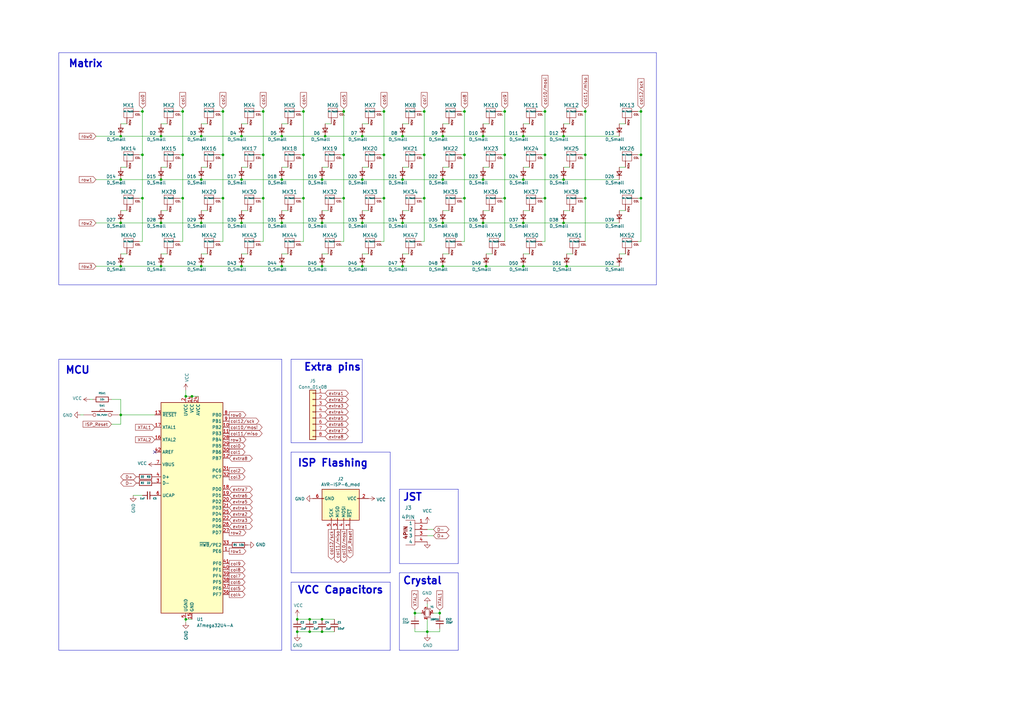
<source format=kicad_sch>
(kicad_sch (version 20230121) (generator eeschema)
  (paper "A3")
  (junction (at 66.04 91.44))
  (junction (at 140.97 63.5))
  (junction (at 133.35 55.88))
  (junction (at 214.63 55.88))
  (junction (at 157.48 45.72))
  (junction (at 190.5 81.28))
  (junction (at 91.44 45.72))
  (junction (at 121.92 254))
  (junction (at 214.63 91.44))
  (junction (at 49.53 170.18))
  (junction (at 58.42 63.5))
  (junction (at 214.63 109.22))
  (junction (at 148.59 91.44))
  (junction (at 132.08 91.44))
  (junction (at 99.06 91.44))
  (junction (at 148.59 55.88))
  (junction (at 99.06 55.88))
  (junction (at 223.52 45.72))
  (junction (at 262.89 63.5))
  (junction (at 58.42 81.28))
  (junction (at 99.06 73.66))
  (junction (at 49.53 91.44))
  (junction (at 170.18 251.46))
  (junction (at 198.12 55.88))
  (junction (at 175.26 259.08))
  (junction (at 180.34 251.46))
  (junction (at 181.61 73.66))
  (junction (at 121.92 259.08))
  (junction (at 58.42 45.72))
  (junction (at 165.1 109.22))
  (junction (at 231.14 91.44))
  (junction (at 82.55 91.44))
  (junction (at 124.46 45.72))
  (junction (at 223.52 81.28))
  (junction (at 78.74 162.56))
  (junction (at 231.14 73.66))
  (junction (at 124.46 63.5))
  (junction (at 190.5 45.72))
  (junction (at 207.01 81.28))
  (junction (at 181.61 91.44))
  (junction (at 76.2 254))
  (junction (at 66.04 109.22))
  (junction (at 124.46 81.28))
  (junction (at 165.1 55.88))
  (junction (at 82.55 109.22))
  (junction (at 132.08 254))
  (junction (at 190.5 63.5))
  (junction (at 66.04 73.66))
  (junction (at 127 259.08))
  (junction (at 140.97 45.72))
  (junction (at 74.93 63.5))
  (junction (at 207.01 63.5))
  (junction (at 115.57 91.44))
  (junction (at 231.14 55.88))
  (junction (at 91.44 63.5))
  (junction (at 107.95 63.5))
  (junction (at 132.08 259.08))
  (junction (at 132.08 109.22))
  (junction (at 107.95 45.72))
  (junction (at 127 254))
  (junction (at 157.48 81.28))
  (junction (at 214.63 73.66))
  (junction (at 148.59 109.22))
  (junction (at 49.53 73.66))
  (junction (at 91.44 81.28))
  (junction (at 115.57 73.66))
  (junction (at 165.1 73.66))
  (junction (at 115.57 109.22))
  (junction (at 165.1 91.44))
  (junction (at 223.52 63.5))
  (junction (at 157.48 63.5))
  (junction (at 99.06 109.22))
  (junction (at 173.99 45.72))
  (junction (at 240.03 63.5))
  (junction (at 181.61 109.22))
  (junction (at 140.97 81.28))
  (junction (at 82.55 55.88))
  (junction (at 49.53 55.88))
  (junction (at 262.89 45.72))
  (junction (at 107.95 81.28))
  (junction (at 199.39 109.22))
  (junction (at 262.89 81.28))
  (junction (at 207.01 45.72))
  (junction (at 76.2 162.56))
  (junction (at 115.57 55.88))
  (junction (at 66.04 55.88))
  (junction (at 132.08 73.66))
  (junction (at 181.61 55.88))
  (junction (at 74.93 45.72))
  (junction (at 198.12 73.66))
  (junction (at 82.55 73.66))
  (junction (at 49.53 109.22))
  (junction (at 240.03 81.28))
  (junction (at 232.41 109.22))
  (junction (at 74.93 81.28))
  (junction (at 173.99 81.28))
  (junction (at 148.59 73.66))
  (junction (at 240.03 45.72))
  (junction (at 173.99 63.5))
  (junction (at 198.12 91.44))
  (no_connect (at 63.5 185.42))
  (wire (pts (xy 223.52 63.5) (xy 222.25 63.5)))
  (wire (pts (xy 140.97 81.28) (xy 139.7 81.28)))
  (wire (pts (xy 157.48 63.5) (xy 156.21 63.5)))
  (wire (pts (xy 231.14 73.66) (xy 254 73.66)))
  (polyline (pts (xy 160.02 185.42) (xy 160.02 234.95)))
  (wire (pts (xy 214.63 104.14) (xy 217.17 104.14)))
  (wire (pts (xy 165.1 91.44) (xy 181.61 91.44)))
  (wire (pts (xy 107.95 45.72) (xy 106.68 45.72)))
  (wire (pts (xy 45.72 163.83) (xy 49.53 163.83)))
  (wire (pts (xy 76.2 254) (xy 76.2 255.27)))
  (wire (pts (xy 180.34 259.08) (xy 180.34 257.81)))
  (wire (pts (xy 199.39 104.14) (xy 201.93 104.14)))
  (wire (pts (xy 38.1 163.83) (xy 36.83 163.83)))
  (polyline (pts (xy 160.02 234.95) (xy 119.38 234.95)))
  (wire (pts (xy 115.57 68.58) (xy 118.11 68.58)))
  (wire (pts (xy 137.16 254) (xy 132.08 254)))
  (wire (pts (xy 189.23 63.5) (xy 190.5 63.5)))
  (wire (pts (xy 231.14 50.8) (xy 233.68 50.8)))
  (wire (pts (xy 115.57 50.8) (xy 118.11 50.8)))
  (wire (pts (xy 132.08 68.58) (xy 134.62 68.58)))
  (wire (pts (xy 123.19 81.28) (xy 124.46 81.28)))
  (wire (pts (xy 223.52 44.45) (xy 223.52 45.72)))
  (wire (pts (xy 123.19 63.5) (xy 124.46 63.5)))
  (wire (pts (xy 172.72 251.46) (xy 170.18 251.46)))
  (wire (pts (xy 106.68 63.5) (xy 107.95 63.5)))
  (wire (pts (xy 231.14 86.36) (xy 233.68 86.36)))
  (wire (pts (xy 238.76 63.5) (xy 240.03 63.5)))
  (wire (pts (xy 73.66 63.5) (xy 74.93 63.5)))
  (wire (pts (xy 254 68.58) (xy 256.54 68.58)))
  (wire (pts (xy 254 50.8) (xy 256.54 50.8)))
  (wire (pts (xy 57.15 63.5) (xy 58.42 63.5)))
  (wire (pts (xy 261.62 63.5) (xy 262.89 63.5)))
  (wire (pts (xy 157.48 45.72) (xy 157.48 63.5)))
  (wire (pts (xy 181.61 91.44) (xy 198.12 91.44)))
  (wire (pts (xy 254 86.36) (xy 256.54 86.36)))
  (wire (pts (xy 189.23 45.72) (xy 190.5 45.72)))
  (wire (pts (xy 214.63 109.22) (xy 232.41 109.22)))
  (wire (pts (xy 34.29 170.18) (xy 33.02 170.18)))
  (wire (pts (xy 139.7 63.5) (xy 140.97 63.5)))
  (wire (pts (xy 66.04 68.58) (xy 68.58 68.58)))
  (wire (pts (xy 73.66 45.72) (xy 74.93 45.72)))
  (wire (pts (xy 49.53 68.58) (xy 52.07 68.58)))
  (wire (pts (xy 76.2 162.56) (xy 78.74 162.56)))
  (wire (pts (xy 165.1 86.36) (xy 167.64 86.36)))
  (wire (pts (xy 58.42 63.5) (xy 58.42 81.28)))
  (wire (pts (xy 165.1 109.22) (xy 181.61 109.22)))
  (wire (pts (xy 132.08 104.14) (xy 134.62 104.14)))
  (wire (pts (xy 123.19 45.72) (xy 124.46 45.72)))
  (wire (pts (xy 91.44 63.5) (xy 91.44 81.28)))
  (wire (pts (xy 90.17 99.06) (xy 91.44 99.06)))
  (wire (pts (xy 66.04 50.8) (xy 68.58 50.8)))
  (wire (pts (xy 180.34 251.46) (xy 180.34 250.19)))
  (wire (pts (xy 99.06 109.22) (xy 115.57 109.22)))
  (wire (pts (xy 115.57 55.88) (xy 133.35 55.88)))
  (wire (pts (xy 173.99 44.45) (xy 173.99 45.72)))
  (polyline (pts (xy 163.83 200.66) (xy 187.96 200.66)))
  (wire (pts (xy 107.95 45.72) (xy 107.95 63.5)))
  (wire (pts (xy 148.59 109.22) (xy 165.1 109.22)))
  (wire (pts (xy 207.01 44.45) (xy 207.01 45.72)))
  (wire (pts (xy 82.55 104.14) (xy 85.09 104.14)))
  (wire (pts (xy 180.34 251.46) (xy 180.34 252.73)))
  (wire (pts (xy 207.01 81.28) (xy 205.74 81.28)))
  (polyline (pts (xy 187.96 266.7) (xy 187.96 234.95)))
  (wire (pts (xy 156.21 99.06) (xy 157.48 99.06)))
  (wire (pts (xy 58.42 45.72) (xy 58.42 63.5)))
  (wire (pts (xy 172.72 81.28) (xy 173.99 81.28)))
  (wire (pts (xy 262.89 81.28) (xy 262.89 99.06)))
  (wire (pts (xy 49.53 109.22) (xy 66.04 109.22)))
  (wire (pts (xy 124.46 99.06) (xy 123.19 99.06)))
  (wire (pts (xy 74.93 81.28) (xy 74.93 99.06)))
  (wire (pts (xy 107.95 44.45) (xy 107.95 45.72)))
  (wire (pts (xy 107.95 81.28) (xy 107.95 99.06)))
  (wire (pts (xy 214.63 68.58) (xy 217.17 68.58)))
  (wire (pts (xy 39.37 73.66) (xy 49.53 73.66)))
  (wire (pts (xy 132.08 91.44) (xy 148.59 91.44)))
  (wire (pts (xy 222.25 81.28) (xy 223.52 81.28)))
  (wire (pts (xy 115.57 109.22) (xy 132.08 109.22)))
  (wire (pts (xy 165.1 55.88) (xy 181.61 55.88)))
  (wire (pts (xy 132.08 109.22) (xy 148.59 109.22)))
  (wire (pts (xy 74.93 63.5) (xy 74.93 81.28)))
  (wire (pts (xy 232.41 104.14) (xy 234.95 104.14)))
  (wire (pts (xy 148.59 50.8) (xy 151.13 50.8)))
  (wire (pts (xy 49.53 73.66) (xy 66.04 73.66)))
  (wire (pts (xy 133.35 55.88) (xy 148.59 55.88)))
  (wire (pts (xy 262.89 45.72) (xy 262.89 63.5)))
  (wire (pts (xy 124.46 44.45) (xy 124.46 45.72)))
  (wire (pts (xy 82.55 50.8) (xy 85.09 50.8)))
  (wire (pts (xy 189.23 81.28) (xy 190.5 81.28)))
  (wire (pts (xy 106.68 99.06) (xy 107.95 99.06)))
  (polyline (pts (xy 187.96 200.66) (xy 187.96 231.14)))
  (wire (pts (xy 148.59 86.36) (xy 151.13 86.36)))
  (wire (pts (xy 74.93 81.28) (xy 73.66 81.28)))
  (wire (pts (xy 240.03 45.72) (xy 240.03 63.5)))
  (wire (pts (xy 175.26 217.17) (xy 177.8 217.17)))
  (wire (pts (xy 165.1 68.58) (xy 167.64 68.58)))
  (wire (pts (xy 76.2 254) (xy 78.74 254)))
  (wire (pts (xy 82.55 73.66) (xy 99.06 73.66)))
  (wire (pts (xy 148.59 104.14) (xy 151.13 104.14)))
  (wire (pts (xy 91.44 81.28) (xy 91.44 99.06)))
  (polyline (pts (xy 119.38 234.95) (xy 119.38 185.42)))
  (wire (pts (xy 140.97 63.5) (xy 140.97 81.28)))
  (wire (pts (xy 99.06 86.36) (xy 101.6 86.36)))
  (wire (pts (xy 190.5 81.28) (xy 190.5 99.06)))
  (wire (pts (xy 39.37 91.44) (xy 49.53 91.44)))
  (wire (pts (xy 39.37 109.22) (xy 49.53 109.22)))
  (wire (pts (xy 49.53 173.99) (xy 45.72 173.99)))
  (wire (pts (xy 240.03 44.45) (xy 240.03 45.72)))
  (wire (pts (xy 181.61 104.14) (xy 184.15 104.14)))
  (wire (pts (xy 175.26 259.08) (xy 175.26 260.35)))
  (wire (pts (xy 82.55 109.22) (xy 99.06 109.22)))
  (wire (pts (xy 181.61 68.58) (xy 184.15 68.58)))
  (wire (pts (xy 232.41 109.22) (xy 254 109.22)))
  (wire (pts (xy 115.57 104.14) (xy 118.11 104.14)))
  (wire (pts (xy 238.76 45.72) (xy 240.03 45.72)))
  (wire (pts (xy 223.52 81.28) (xy 223.52 99.06)))
  (wire (pts (xy 127 254) (xy 121.92 254)))
  (wire (pts (xy 207.01 63.5) (xy 207.01 81.28)))
  (wire (pts (xy 199.39 109.22) (xy 214.63 109.22)))
  (wire (pts (xy 139.7 99.06) (xy 140.97 99.06)))
  (wire (pts (xy 231.14 55.88) (xy 254 55.88)))
  (wire (pts (xy 124.46 45.72) (xy 124.46 63.5)))
  (wire (pts (xy 207.01 81.28) (xy 207.01 99.06)))
  (wire (pts (xy 181.61 73.66) (xy 198.12 73.66)))
  (wire (pts (xy 198.12 86.36) (xy 200.66 86.36)))
  (wire (pts (xy 66.04 104.14) (xy 68.58 104.14)))
  (wire (pts (xy 49.53 86.36) (xy 52.07 86.36)))
  (wire (pts (xy 76.2 160.02) (xy 76.2 162.56)))
  (polyline (pts (xy 119.38 266.7) (xy 160.02 266.7)))
  (wire (pts (xy 82.55 55.88) (xy 99.06 55.88)))
  (wire (pts (xy 133.35 50.8) (xy 135.89 50.8)))
  (wire (pts (xy 107.95 63.5) (xy 107.95 81.28)))
  (wire (pts (xy 66.04 73.66) (xy 82.55 73.66)))
  (wire (pts (xy 91.44 63.5) (xy 90.17 63.5)))
  (wire (pts (xy 207.01 45.72) (xy 207.01 63.5)))
  (wire (pts (xy 262.89 63.5) (xy 262.89 81.28)))
  (wire (pts (xy 49.53 104.14) (xy 52.07 104.14)))
  (wire (pts (xy 140.97 44.45) (xy 140.97 45.72)))
  (wire (pts (xy 91.44 45.72) (xy 91.44 63.5)))
  (wire (pts (xy 54.61 203.2) (xy 58.42 203.2)))
  (wire (pts (xy 99.06 68.58) (xy 101.6 68.58)))
  (wire (pts (xy 175.26 219.71) (xy 177.8 219.71)))
  (wire (pts (xy 240.03 81.28) (xy 240.03 99.06)))
  (wire (pts (xy 49.53 163.83) (xy 49.53 170.18)))
  (wire (pts (xy 127 259.08) (xy 121.92 259.08)))
  (wire (pts (xy 262.89 44.45) (xy 262.89 45.72)))
  (wire (pts (xy 261.62 81.28) (xy 262.89 81.28)))
  (wire (pts (xy 115.57 91.44) (xy 132.08 91.44)))
  (wire (pts (xy 57.15 45.72) (xy 58.42 45.72)))
  (wire (pts (xy 106.68 81.28) (xy 107.95 81.28)))
  (wire (pts (xy 132.08 259.08) (xy 127 259.08)))
  (wire (pts (xy 261.62 45.72) (xy 262.89 45.72)))
  (polyline (pts (xy 119.38 185.42) (xy 160.02 185.42)))
  (wire (pts (xy 198.12 73.66) (xy 214.63 73.66)))
  (wire (pts (xy 115.57 73.66) (xy 132.08 73.66)))
  (wire (pts (xy 121.92 259.08) (xy 121.92 260.35)))
  (wire (pts (xy 148.59 55.88) (xy 165.1 55.88)))
  (polyline (pts (xy 163.83 234.95) (xy 187.96 234.95)))
  (wire (pts (xy 170.18 257.81) (xy 170.18 259.08)))
  (wire (pts (xy 49.53 55.88) (xy 66.04 55.88)))
  (wire (pts (xy 238.76 81.28) (xy 240.03 81.28)))
  (wire (pts (xy 82.55 86.36) (xy 85.09 86.36)))
  (wire (pts (xy 78.74 162.56) (xy 81.28 162.56)))
  (wire (pts (xy 173.99 45.72) (xy 173.99 63.5)))
  (wire (pts (xy 148.59 91.44) (xy 165.1 91.44)))
  (wire (pts (xy 181.61 50.8) (xy 184.15 50.8)))
  (wire (pts (xy 231.14 91.44) (xy 254 91.44)))
  (wire (pts (xy 124.46 81.28) (xy 124.46 99.06)))
  (wire (pts (xy 121.92 252.73) (xy 121.92 254)))
  (wire (pts (xy 198.12 50.8) (xy 200.66 50.8)))
  (wire (pts (xy 99.06 50.8) (xy 101.6 50.8)))
  (wire (pts (xy 223.52 45.72) (xy 223.52 63.5)))
  (wire (pts (xy 222.25 99.06) (xy 223.52 99.06)))
  (wire (pts (xy 49.53 170.18) (xy 49.53 173.99)))
  (wire (pts (xy 254 104.14) (xy 256.54 104.14)))
  (wire (pts (xy 165.1 73.66) (xy 181.61 73.66)))
  (wire (pts (xy 58.42 99.06) (xy 57.15 99.06)))
  (wire (pts (xy 261.62 99.06) (xy 262.89 99.06)))
  (wire (pts (xy 198.12 68.58) (xy 200.66 68.58)))
  (wire (pts (xy 49.53 50.8) (xy 52.07 50.8)))
  (wire (pts (xy 156.21 45.72) (xy 157.48 45.72)))
  (polyline (pts (xy 119.38 238.76) (xy 119.38 266.7)))
  (polyline (pts (xy 160.02 266.7) (xy 160.02 238.76)))
  (wire (pts (xy 91.44 44.45) (xy 91.44 45.72)))
  (wire (pts (xy 58.42 44.45) (xy 58.42 45.72)))
  (wire (pts (xy 137.16 259.08) (xy 132.08 259.08)))
  (wire (pts (xy 205.74 45.72) (xy 207.01 45.72)))
  (wire (pts (xy 82.55 68.58) (xy 85.09 68.58)))
  (wire (pts (xy 198.12 91.44) (xy 214.63 91.44)))
  (wire (pts (xy 73.66 99.06) (xy 74.93 99.06)))
  (wire (pts (xy 240.03 63.5) (xy 240.03 81.28)))
  (wire (pts (xy 66.04 91.44) (xy 82.55 91.44)))
  (wire (pts (xy 190.5 63.5) (xy 190.5 81.28)))
  (wire (pts (xy 39.37 55.88) (xy 49.53 55.88)))
  (wire (pts (xy 132.08 254) (xy 127 254)))
  (wire (pts (xy 157.48 63.5) (xy 157.48 81.28)))
  (wire (pts (xy 140.97 45.72) (xy 140.97 63.5)))
  (wire (pts (xy 132.08 73.66) (xy 148.59 73.66)))
  (wire (pts (xy 173.99 81.28) (xy 173.99 99.06)))
  (wire (pts (xy 170.18 251.46) (xy 170.18 250.19)))
  (polyline (pts (xy 163.83 231.14) (xy 163.83 200.66)))
  (wire (pts (xy 165.1 50.8) (xy 167.64 50.8)))
  (wire (pts (xy 58.42 81.28) (xy 58.42 99.06)))
  (wire (pts (xy 156.21 81.28) (xy 157.48 81.28)))
  (wire (pts (xy 148.59 73.66) (xy 165.1 73.66)))
  (wire (pts (xy 214.63 50.8) (xy 217.17 50.8)))
  (wire (pts (xy 170.18 259.08) (xy 175.26 259.08)))
  (wire (pts (xy 49.53 170.18) (xy 63.5 170.18)))
  (polyline (pts (xy 163.83 266.7) (xy 187.96 266.7)))
  (wire (pts (xy 99.06 104.14) (xy 101.6 104.14)))
  (wire (pts (xy 175.26 254) (xy 175.26 259.08)))
  (wire (pts (xy 190.5 99.06) (xy 189.23 99.06)))
  (wire (pts (xy 205.74 63.5) (xy 207.01 63.5)))
  (wire (pts (xy 214.63 86.36) (xy 217.17 86.36)))
  (polyline (pts (xy 160.02 238.76) (xy 119.38 238.76)))
  (wire (pts (xy 214.63 55.88) (xy 231.14 55.88)))
  (wire (pts (xy 82.55 91.44) (xy 99.06 91.44)))
  (wire (pts (xy 99.06 91.44) (xy 115.57 91.44)))
  (wire (pts (xy 198.12 55.88) (xy 214.63 55.88)))
  (wire (pts (xy 115.57 86.36) (xy 118.11 86.36)))
  (wire (pts (xy 190.5 45.72) (xy 190.5 63.5)))
  (wire (pts (xy 132.08 86.36) (xy 134.62 86.36)))
  (wire (pts (xy 49.53 91.44) (xy 66.04 91.44)))
  (wire (pts (xy 148.59 68.58) (xy 151.13 68.58)))
  (wire (pts (xy 99.06 55.88) (xy 115.57 55.88)))
  (wire (pts (xy 223.52 63.5) (xy 223.52 81.28)))
  (wire (pts (xy 214.63 73.66) (xy 231.14 73.66)))
  (wire (pts (xy 66.04 55.88) (xy 82.55 55.88)))
  (wire (pts (xy 175.26 247.65) (xy 175.26 248.92)))
  (wire (pts (xy 177.8 251.46) (xy 180.34 251.46)))
  (wire (pts (xy 66.04 109.22) (xy 82.55 109.22)))
  (wire (pts (xy 90.17 81.28) (xy 91.44 81.28)))
  (polyline (pts (xy 163.83 231.14) (xy 187.96 231.14)))
  (wire (pts (xy 173.99 45.72) (xy 172.72 45.72)))
  (wire (pts (xy 124.46 63.5) (xy 124.46 81.28)))
  (wire (pts (xy 99.06 73.66) (xy 115.57 73.66)))
  (wire (pts (xy 157.48 44.45) (xy 157.48 45.72)))
  (wire (pts (xy 190.5 44.45) (xy 190.5 45.72)))
  (polyline (pts (xy 163.83 234.95) (xy 163.83 266.7)))
  (wire (pts (xy 172.72 63.5) (xy 173.99 63.5)))
  (wire (pts (xy 175.26 259.08) (xy 180.34 259.08)))
  (wire (pts (xy 181.61 109.22) (xy 199.39 109.22)))
  (wire (pts (xy 90.17 45.72) (xy 91.44 45.72)))
  (wire (pts (xy 66.04 86.36) (xy 68.58 86.36)))
  (wire (pts (xy 222.25 45.72) (xy 223.52 45.72)))
  (wire (pts (xy 74.93 45.72) (xy 74.93 63.5)))
  (wire (pts (xy 165.1 104.14) (xy 167.64 104.14)))
  (wire (pts (xy 140.97 81.28) (xy 140.97 99.06)))
  (wire (pts (xy 57.15 81.28) (xy 58.42 81.28)))
  (wire (pts (xy 214.63 91.44) (xy 231.14 91.44)))
  (wire (pts (xy 181.61 86.36) (xy 184.15 86.36)))
  (wire (pts (xy 170.18 251.46) (xy 170.18 252.73)))
  (wire (pts (xy 231.14 68.58) (xy 233.68 68.58)))
  (wire (pts (xy 173.99 63.5) (xy 173.99 81.28)))
  (wire (pts (xy 172.72 99.06) (xy 173.99 99.06)))
  (wire (pts (xy 181.61 55.88) (xy 198.12 55.88)))
  (wire (pts (xy 74.93 44.45) (xy 74.93 45.72)))
  (wire (pts (xy 157.48 81.28) (xy 157.48 99.06)))
  (rectangle (start 24.13 147.32) (end 115.57 266.7))
  (rectangle (start 119.38 147.32) (end 148.59 181.61))
  (rectangle (start 24.13 21.59) (end 269.24 116.84))
  (text "ISP Flashing" (at 121.92 191.77 0) (effects (font (size 3 3) (thickness 0.6) bold) (justify left bottom)))
  (text "Matrix" (at 27.94 27.94 0) (effects (font (size 3 3) (thickness 0.6) bold) (justify left bottom)))
  (text "VCC Capacitors" (at 121.92 243.84 0) (effects (font (size 3 3) (thickness 0.6) bold) (justify left bottom)))
  (text "Crystal" (at 165.1 240.03 0) (effects (font (size 3 3) (thickness 0.6) bold) (justify left bottom)))
  (text "Extra pins" (at 124.46 152.4 0) (effects (font (size 3 3) (thickness 0.6) bold) (justify left bottom)))
  (text "JST" (at 165.1 205.74 0) (effects (font (size 3 3) (thickness 0.6) bold) (justify left bottom)))
  (text "MCU" (at 26.67 153.67 0) (effects (font (size 3 3) (thickness 0.6) bold) (justify left bottom)))
  (global_label "row0" (shape input) (at 39.37 55.88 180) (property "Intersheetrefs" "${INTERSHEET_REFS}" (effects hide)))
  (global_label "col5" (shape output) (at 93.98 241.3 0) (property "Intersheetrefs" "${INTERSHEET_REFS}" (effects hide)))
  (global_label "col8" (shape output) (at 93.98 233.68 0) (property "Intersheetrefs" "${INTERSHEET_REFS}" (effects hide)))
  (global_label "col6" (shape output) (at 93.98 238.76 0) (property "Intersheetrefs" "${INTERSHEET_REFS}" (effects hide)))
  (global_label "row3" (shape output) (at 93.98 180.34 0) (property "Intersheetrefs" "${INTERSHEET_REFS}" (effects hide)))
  (global_label "col4" (shape input) (at 124.46 44.45 90) (property "Intersheetrefs" "${INTERSHEET_REFS}" (effects hide)))
  (global_label "extra1" (shape bidirectional) (at 133.35 161.29 0) (property "Intersheetrefs" "${INTERSHEET_REFS}" (effects hide)))
  (global_label "col9" (shape output) (at 93.98 231.14 0) (property "Intersheetrefs" "${INTERSHEET_REFS}" (effects hide)))
  (global_label "extra8" (shape bidirectional) (at 93.98 187.96 0) (property "Intersheetrefs" "${INTERSHEET_REFS}" (effects hide)))
  (global_label "D+" (shape bidirectional) (at 55.88 195.58 180) (property "Intersheetrefs" "${INTERSHEET_REFS}" (effects hide)))
  (global_label "extra3" (shape bidirectional) (at 133.35 166.37 0) (property "Intersheetrefs" "${INTERSHEET_REFS}" (effects hide)))
  (global_label "extra6" (shape bidirectional) (at 93.98 203.2 0) (property "Intersheetrefs" "${INTERSHEET_REFS}" (effects hide)))
  (global_label "col12{slash}sck" (shape output) (at 135.89 217.17 270) (property "Intersheetrefs" "${INTERSHEET_REFS}" (effects hide)))
  (global_label "col2" (shape input) (at 91.44 44.45 90) (property "Intersheetrefs" "${INTERSHEET_REFS}" (effects hide)))
  (global_label "ISP_Reset" (shape output) (at 143.51 217.17 270) (property "Intersheetrefs" "${INTERSHEET_REFS}" (effects hide)))
  (global_label "extra7" (shape bidirectional) (at 133.35 176.53 0) (property "Intersheetrefs" "${INTERSHEET_REFS}" (effects hide)))
  (global_label "col6" (shape input) (at 157.48 44.45 90) (property "Intersheetrefs" "${INTERSHEET_REFS}" (effects hide)))
  (global_label "XTAL1" (shape input) (at 63.5 175.26 180) (property "Intersheetrefs" "${INTERSHEET_REFS}" (effects hide)))
  (global_label "row2" (shape input) (at 39.37 91.44 180) (property "Intersheetrefs" "${INTERSHEET_REFS}" (effects hide)))
  (global_label "col11{slash}miso" (shape output) (at 138.43 217.17 270) (property "Intersheetrefs" "${INTERSHEET_REFS}" (effects hide)))
  (global_label "extra5" (shape bidirectional) (at 93.98 205.74 0) (property "Intersheetrefs" "${INTERSHEET_REFS}" (effects hide)))
  (global_label "col3" (shape input) (at 107.95 44.45 90) (property "Intersheetrefs" "${INTERSHEET_REFS}" (effects hide)))
  (global_label "D-" (shape bidirectional) (at 55.88 198.12 180) (property "Intersheetrefs" "${INTERSHEET_REFS}" (effects hide)))
  (global_label "extra6" (shape bidirectional) (at 133.35 173.99 0) (property "Intersheetrefs" "${INTERSHEET_REFS}" (effects hide)))
  (global_label "col10{slash}mosi" (shape output) (at 140.97 217.17 270) (property "Intersheetrefs" "${INTERSHEET_REFS}" (effects hide)))
  (global_label "XTAL1" (shape input) (at 180.34 250.19 90) (property "Intersheetrefs" "${INTERSHEET_REFS}" (effects hide)))
  (global_label "extra7" (shape bidirectional) (at 93.98 200.66 0) (property "Intersheetrefs" "${INTERSHEET_REFS}" (effects hide)))
  (global_label "col9" (shape input) (at 207.01 44.45 90) (property "Intersheetrefs" "${INTERSHEET_REFS}" (effects hide)))
  (global_label "extra1" (shape bidirectional) (at 93.98 215.9 0) (property "Intersheetrefs" "${INTERSHEET_REFS}" (effects hide)))
  (global_label "col5" (shape input) (at 140.97 44.45 90) (property "Intersheetrefs" "${INTERSHEET_REFS}" (effects hide)))
  (global_label "XTAL2" (shape input) (at 63.5 180.34 180) (property "Intersheetrefs" "${INTERSHEET_REFS}" (effects hide)))
  (global_label "col2" (shape output) (at 93.98 193.04 0) (property "Intersheetrefs" "${INTERSHEET_REFS}" (effects hide)))
  (global_label "row1" (shape output) (at 93.98 226.06 0) (property "Intersheetrefs" "${INTERSHEET_REFS}" (effects hide)))
  (global_label "col3" (shape output) (at 93.98 195.58 0) (property "Intersheetrefs" "${INTERSHEET_REFS}" (effects hide)))
  (global_label "row0" (shape output) (at 93.98 170.18 0) (property "Intersheetrefs" "${INTERSHEET_REFS}" (effects hide)))
  (global_label "extra2" (shape bidirectional) (at 133.35 163.83 0) (property "Intersheetrefs" "${INTERSHEET_REFS}" (effects hide)))
  (global_label "extra8" (shape bidirectional) (at 133.35 179.07 0) (property "Intersheetrefs" "${INTERSHEET_REFS}" (effects hide)))
  (global_label "extra4" (shape bidirectional) (at 93.98 208.28 0) (property "Intersheetrefs" "${INTERSHEET_REFS}" (effects hide)))
  (global_label "row1" (shape input) (at 39.37 73.66 180) (property "Intersheetrefs" "${INTERSHEET_REFS}" (effects hide)))
  (global_label "col10{slash}mosi" (shape input) (at 223.52 44.45 90) (property "Intersheetrefs" "${INTERSHEET_REFS}" (effects hide)))
  (global_label "row3" (shape input) (at 39.37 109.22 180) (property "Intersheetrefs" "${INTERSHEET_REFS}" (effects hide)))
  (global_label "col1" (shape input) (at 74.93 44.45 90) (property "Intersheetrefs" "${INTERSHEET_REFS}" (effects hide)))
  (global_label "D-" (shape bidirectional) (at 177.8 217.17 0) (property "Intersheetrefs" "${INTERSHEET_REFS}" (effects hide)))
  (global_label "col4" (shape output) (at 93.98 243.84 0) (property "Intersheetrefs" "${INTERSHEET_REFS}" (effects hide)))
  (global_label "col7" (shape input) (at 173.99 44.45 90) (property "Intersheetrefs" "${INTERSHEET_REFS}" (effects hide)))
  (global_label "col0" (shape input) (at 58.42 44.45 90) (property "Intersheetrefs" "${INTERSHEET_REFS}" (effects hide)))
  (global_label "D+" (shape bidirectional) (at 177.8 219.71 0) (property "Intersheetrefs" "${INTERSHEET_REFS}" (effects hide)))
  (global_label "col11{slash}miso" (shape output) (at 93.98 177.8 0) (property "Intersheetrefs" "${INTERSHEET_REFS}" (effects hide)))
  (global_label "extra2" (shape bidirectional) (at 93.98 210.82 0) (property "Intersheetrefs" "${INTERSHEET_REFS}" (effects hide)))
  (global_label "extra4" (shape bidirectional) (at 133.35 168.91 0) (property "Intersheetrefs" "${INTERSHEET_REFS}" (effects hide)))
  (global_label "XTAL2" (shape input) (at 170.18 250.19 90) (property "Intersheetrefs" "${INTERSHEET_REFS}" (effects hide)))
  (global_label "row2" (shape output) (at 93.98 218.44 0) (property "Intersheetrefs" "${INTERSHEET_REFS}" (effects hide)))
  (global_label "extra5" (shape bidirectional) (at 133.35 171.45 0) (property "Intersheetrefs" "${INTERSHEET_REFS}" (effects hide)))
  (global_label "col7" (shape output) (at 93.98 236.22 0) (property "Intersheetrefs" "${INTERSHEET_REFS}" (effects hide)))
  (global_label "col1" (shape output) (at 93.98 185.42 0) (property "Intersheetrefs" "${INTERSHEET_REFS}" (effects hide)))
  (global_label "col12{slash}sck" (shape output) (at 93.98 172.72 0) (property "Intersheetrefs" "${INTERSHEET_REFS}" (effects hide)))
  (global_label "col0" (shape output) (at 93.98 182.88 0) (property "Intersheetrefs" "${INTERSHEET_REFS}" (effects hide)))
  (global_label "extra3" (shape bidirectional) (at 93.98 213.36 0) (property "Intersheetrefs" "${INTERSHEET_REFS}" (effects hide)))
  (global_label "col10{slash}mosi" (shape output) (at 93.98 175.26 0) (property "Intersheetrefs" "${INTERSHEET_REFS}" (effects hide)))
  (global_label "col11{slash}miso" (shape input) (at 240.03 44.45 90) (property "Intersheetrefs" "${INTERSHEET_REFS}" (effects hide)))
  (global_label "col12{slash}sck" (shape input) (at 262.89 44.45 90) (property "Intersheetrefs" "${INTERSHEET_REFS}" (effects hide)))
  (global_label "ISP_Reset" (shape input) (at 45.72 173.99 180) (property "Intersheetrefs" "${INTERSHEET_REFS}" (effects hide)))
  (global_label "col8" (shape input) (at 190.5 44.45 90) (property "Intersheetrefs" "${INTERSHEET_REFS}" (effects hide)))
  (symbol (lib_id "Device:D_Small") (at 231.14 71.12 90) (unit 1)
    (property "Reference" "D25" (at 229.108 72.39 90) (effects (justify left)))
    (property "Value" "D_Small" (at 233.172 74.93 90) (effects (justify left)))
    (property "Footprint" "Diode_SMD:D_SOD-123" (effects hide))
    (property "Sim.Device" "D" (effects hide))
    (property "Sim.Pins" "1=K 2=A" (effects hide))
  )
  (symbol (lib_id "MX_Alps_Hybrid:MX-NoLED") (at 102.87 100.33 0) (unit 1)
    (property "Reference" "MX43" (at 102.235 96.52 0) (effects (font (size 1.524 1.524))))
    (property "Value" "MX-NoLED" (at 102.235 99.06 0) (effects (font (size 0.508 0.508))))
    (property "Footprint" "marbastlib-mx:SW_MX_HS_S_1u" (effects hide))
  )
  (symbol (lib_id "Device:D_Small") (at 214.63 106.68 90) (unit 1)
    (property "Reference" "D50" (at 212.598 107.95 90) (effects (justify left)))
    (property "Value" "D_Small" (at 216.662 110.49 90) (effects (justify left)))
    (property "Footprint" "Diode_SMD:D_SOD-123" (effects hide))
    (property "Sim.Device" "D" (effects hide))
    (property "Sim.Pins" "1=K 2=A" (effects hide))
  )
  (symbol (lib_id "MX_Alps_Hybrid:MX-NoLED") (at 168.91 82.55 0) (unit 1)
    (property "Reference" "MX34" (at 168.275 78.74 0) (effects (font (size 1.524 1.524))))
    (property "Value" "MX-NoLED" (at 168.275 81.28 0) (effects (font (size 0.508 0.508))))
    (property "Footprint" "marbastlib-mx:SW_MX_HS_S_1u" (effects hide))
  )
  (symbol (lib_id "power:GND") (at 76.2 255.27 0) (unit 1)
    (property "Reference" "#PWR05" (effects hide))
    (property "Value" "GND" (at 76.327 258.5212 90) (effects (justify right)))
  )
  (symbol (lib_id "MX_Alps_Hybrid:MX-NoLED") (at 218.44 64.77 0) (unit 1)
    (property "Reference" "MX24" (at 217.805 60.96 0) (effects (font (size 1.524 1.524))))
    (property "Value" "MX-NoLED" (at 217.805 63.5 0) (effects (font (size 0.508 0.508))))
    (property "Footprint" "marbastlib-mx:SW_MX_HS_S_1u" (effects hide))
  )
  (symbol (lib_id "Device:D_Small") (at 254 71.12 90) (unit 1)
    (property "Reference" "D26" (at 251.968 72.39 90) (effects (justify left)))
    (property "Value" "D_Small" (at 256.032 74.93 90) (effects (justify left)))
    (property "Footprint" "Diode_SMD:D_SOD-123" (effects hide))
    (property "Sim.Device" "D" (effects hide))
    (property "Sim.Pins" "1=K 2=A" (effects hide))
  )
  (symbol (lib_id "Device:D_Small") (at 231.14 88.9 90) (unit 1)
    (property "Reference" "D38" (at 229.108 90.17 90) (effects (justify left)))
    (property "Value" "D_Small" (at 233.172 92.71 90) (effects (justify left)))
    (property "Footprint" "Diode_SMD:D_SOD-123" (effects hide))
    (property "Sim.Device" "D" (effects hide))
    (property "Sim.Pins" "1=K 2=A" (effects hide))
  )
  (symbol (lib_id "Device:D_Small") (at 232.41 106.68 90) (unit 1)
    (property "Reference" "D51" (at 230.378 107.95 90) (effects (justify left)))
    (property "Value" "D_Small" (at 234.442 110.49 90) (effects (justify left)))
    (property "Footprint" "Diode_SMD:D_SOD-123" (effects hide))
    (property "Sim.Device" "D" (effects hide))
    (property "Sim.Pins" "1=K 2=A" (effects hide))
  )
  (symbol (lib_id "Device:D_Small") (at 181.61 106.68 90) (unit 1)
    (property "Reference" "D48" (at 179.578 107.95 90) (effects (justify left)))
    (property "Value" "D_Small" (at 183.642 110.49 90) (effects (justify left)))
    (property "Footprint" "Diode_SMD:D_SOD-123" (effects hide))
    (property "Sim.Device" "D" (effects hide))
    (property "Sim.Pins" "1=K 2=A" (effects hide))
  )
  (symbol (lib_id "Device:D_Small") (at 198.12 71.12 90) (unit 1)
    (property "Reference" "D23" (at 196.088 72.39 90) (effects (justify left)))
    (property "Value" "D_Small" (at 200.152 74.93 90) (effects (justify left)))
    (property "Footprint" "Diode_SMD:D_SOD-123" (effects hide))
    (property "Sim.Device" "D" (effects hide))
    (property "Sim.Pins" "1=K 2=A" (effects hide))
  )
  (symbol (lib_id "MX_Alps_Hybrid:MX-NoLED") (at 53.34 100.33 0) (unit 1)
    (property "Reference" "MX40" (at 52.705 96.52 0) (effects (font (size 1.524 1.524))))
    (property "Value" "MX-NoLED" (at 52.705 99.06 0) (effects (font (size 0.508 0.508))))
    (property "Footprint" "marbastlib-mx:SW_MX_HS_S_1u" (effects hide))
  )
  (symbol (lib_id "power:GND") (at 121.92 260.35 0) (unit 1)
    (property "Reference" "#PWR015" (effects hide))
    (property "Value" "GND" (at 122.047 264.7442 0))
  )
  (symbol (lib_id "MX_Alps_Hybrid:MX-NoLED") (at 102.87 82.55 0) (unit 1)
    (property "Reference" "MX30" (at 102.235 78.74 0) (effects (font (size 1.524 1.524))))
    (property "Value" "MX-NoLED" (at 102.235 81.28 0) (effects (font (size 0.508 0.508))))
    (property "Footprint" "marbastlib-mx:SW_MX_HS_S_1u" (effects hide))
  )
  (symbol (lib_id "Device:D_Small") (at 115.57 88.9 90) (unit 1)
    (property "Reference" "D31" (at 113.538 90.17 90) (effects (justify left)))
    (property "Value" "D_Small" (at 117.602 92.71 90) (effects (justify left)))
    (property "Footprint" "Diode_SMD:D_SOD-123" (effects hide))
    (property "Sim.Device" "D" (effects hide))
    (property "Sim.Pins" "1=K 2=A" (effects hide))
  )
  (symbol (lib_id "MX_Alps_Hybrid:MX-NoLED") (at 102.87 64.77 0) (unit 1)
    (property "Reference" "MX17" (at 102.235 60.96 0) (effects (font (size 1.524 1.524))))
    (property "Value" "MX-NoLED" (at 102.235 63.5 0) (effects (font (size 0.508 0.508))))
    (property "Footprint" "marbastlib-mx:SW_MX_HS_S_1u" (effects hide))
  )
  (symbol (lib_id "Device:D_Small") (at 115.57 53.34 90) (unit 1)
    (property "Reference" "D5" (at 113.538 54.61 90) (effects (justify left)))
    (property "Value" "D_Small" (at 117.602 57.15 90) (effects (justify left)))
    (property "Footprint" "Diode_SMD:D_SOD-123" (effects hide))
    (property "Sim.Device" "D" (effects hide))
    (property "Sim.Pins" "1=K 2=A" (effects hide))
  )
  (symbol (lib_id "MX_Alps_Hybrid:MX-NoLED") (at 102.87 46.99 0) (unit 1)
    (property "Reference" "MX4" (at 102.235 43.18 0) (effects (font (size 1.524 1.524))))
    (property "Value" "MX-NoLED" (at 102.235 45.72 0) (effects (font (size 0.508 0.508))))
    (property "Footprint" "marbastlib-mx:SW_MX_HS_S_1u" (effects hide))
  )
  (symbol (lib_id "Device:D_Small") (at 99.06 88.9 90) (unit 1)
    (property "Reference" "D30" (at 97.028 90.17 90) (effects (justify left)))
    (property "Value" "D_Small" (at 101.092 92.71 90) (effects (justify left)))
    (property "Footprint" "Diode_SMD:D_SOD-123" (effects hide))
    (property "Sim.Device" "D" (effects hide))
    (property "Sim.Pins" "1=K 2=A" (effects hide))
  )
  (symbol (lib_id "pcb-rescue:SW_PUSH-keyboard_parts-Ori-rescue-lucy-rescue") (at 41.91 170.18 0) (unit 1)
    (property "Reference" "SW1" (at 41.91 166.37 0) (effects (font (size 0.7112 0.7112))))
    (property "Value" "SW_PUSH" (at 41.91 170.18 0) (effects (font (size 0.6096 0.6096))))
    (property "Footprint" "random-keyboard-parts:SKQG-1155865" (effects hide))
  )
  (symbol (lib_id "Device:D_Small") (at 49.53 71.12 90) (unit 1)
    (property "Reference" "D14" (at 47.498 72.39 90) (effects (justify left)))
    (property "Value" "D_Small" (at 51.562 74.93 90) (effects (justify left)))
    (property "Footprint" "Diode_SMD:D_SOD-123" (effects hide))
    (property "Sim.Device" "D" (effects hide))
    (property "Sim.Pins" "1=K 2=A" (effects hide))
  )
  (symbol (lib_id "MX_Alps_Hybrid:MX-NoLED") (at 86.36 46.99 0) (unit 1)
    (property "Reference" "MX3" (at 85.725 43.18 0) (effects (font (size 1.524 1.524))))
    (property "Value" "MX-NoLED" (at 85.725 45.72 0) (effects (font (size 0.508 0.508))))
    (property "Footprint" "marbastlib-mx:SW_MX_HS_S_1u" (effects hide))
  )
  (symbol (lib_id "MX_Alps_Hybrid:MX-NoLED") (at 218.44 100.33 0) (unit 1)
    (property "Reference" "MX50" (at 217.805 96.52 0) (effects (font (size 1.524 1.524))))
    (property "Value" "MX-NoLED" (at 217.805 99.06 0) (effects (font (size 0.508 0.508))))
    (property "Footprint" "marbastlib-mx:SW_MX_HS_S_1u" (effects hide))
  )
  (symbol (lib_id "Device:R") (at 97.79 223.52 270) (unit 1)
    (property "Reference" "R1" (at 96.52 223.52 90) (effects (font (size 0.762 0.762))))
    (property "Value" "10k" (at 99.06 223.52 90) (effects (font (size 0.762 0.762))))
    (property "Footprint" "Resistor_SMD:R_0603_1608Metric" (effects hide))
  )
  (symbol (lib_id "Device:D_Small") (at 133.35 53.34 90) (unit 1)
    (property "Reference" "D6" (at 131.318 54.61 90) (effects (justify left)))
    (property "Value" "D_Small" (at 135.382 57.15 90) (effects (justify left)))
    (property "Footprint" "Diode_SMD:D_SOD-123" (effects hide))
    (property "Sim.Device" "D" (effects hide))
    (property "Sim.Pins" "1=K 2=A" (effects hide))
  )
  (symbol (lib_id "Device:D_Small") (at 214.63 71.12 90) (unit 1)
    (property "Reference" "D24" (at 212.598 72.39 90) (effects (justify left)))
    (property "Value" "D_Small" (at 216.662 74.93 90) (effects (justify left)))
    (property "Footprint" "Diode_SMD:D_SOD-123" (effects hide))
    (property "Sim.Device" "D" (effects hide))
    (property "Sim.Pins" "1=K 2=A" (effects hide))
  )
  (symbol (lib_id "MX_Alps_Hybrid:MX-NoLED") (at 86.36 82.55 0) (unit 1)
    (property "Reference" "MX29" (at 85.725 78.74 0) (effects (font (size 1.524 1.524))))
    (property "Value" "MX-NoLED" (at 85.725 81.28 0) (effects (font (size 0.508 0.508))))
    (property "Footprint" "marbastlib-mx:SW_MX_HS_S_1u" (effects hide))
  )
  (symbol (lib_id "Device:D_Small") (at 132.08 71.12 90) (unit 1)
    (property "Reference" "D19" (at 130.048 72.39 90) (effects (justify left)))
    (property "Value" "D_Small" (at 134.112 74.93 90) (effects (justify left)))
    (property "Footprint" "Diode_SMD:D_SOD-123" (effects hide))
    (property "Sim.Device" "D" (effects hide))
    (property "Sim.Pins" "1=K 2=A" (effects hide))
  )
  (symbol (lib_id "MX_Alps_Hybrid:MX-NoLED") (at 119.38 100.33 0) (unit 1)
    (property "Reference" "MX44" (at 118.745 96.52 0) (effects (font (size 1.524 1.524))))
    (property "Value" "MX-NoLED" (at 118.745 99.06 0) (effects (font (size 0.508 0.508))))
    (property "Footprint" "marbastlib-mx:SW_MX_HS_S_1u" (effects hide))
  )
  (symbol (lib_id "power:GND") (at 33.02 170.18 270) (unit 1)
    (property "Reference" "#PWR01" (effects hide))
    (property "Value" "GND" (at 29.7688 170.307 90) (effects (justify right)))
  )
  (symbol (lib_id "Device:D_Small") (at 199.39 106.68 90) (unit 1)
    (property "Reference" "D49" (at 197.358 107.95 90) (effects (justify left)))
    (property "Value" "D_Small" (at 201.422 110.49 90) (effects (justify left)))
    (property "Footprint" "Diode_SMD:D_SOD-123" (effects hide))
    (property "Sim.Device" "D" (effects hide))
    (property "Sim.Pins" "1=K 2=A" (effects hide))
  )
  (symbol (lib_id "Device:D_Small") (at 181.61 88.9 90) (unit 1)
    (property "Reference" "D35" (at 179.578 90.17 90) (effects (justify left)))
    (property "Value" "D_Small" (at 183.642 92.71 90) (effects (justify left)))
    (property "Footprint" "Diode_SMD:D_SOD-123" (effects hide))
    (property "Sim.Device" "D" (effects hide))
    (property "Sim.Pins" "1=K 2=A" (effects hide))
  )
  (symbol (lib_id "MX_Alps_Hybrid:MX-NoLED") (at 53.34 46.99 0) (unit 1)
    (property "Reference" "MX1" (at 52.705 43.18 0) (effects (font (size 1.524 1.524))))
    (property "Value" "MX-NoLED" (at 52.705 45.72 0) (effects (font (size 0.508 0.508))))
    (property "Footprint" "marbastlib-mx:SW_MX_HS_S_1u" (effects hide))
  )
  (symbol (lib_id "MX_Alps_Hybrid:MX-NoLED") (at 218.44 82.55 0) (unit 1)
    (property "Reference" "MX37" (at 217.805 78.74 0) (effects (font (size 1.524 1.524))))
    (property "Value" "MX-NoLED" (at 217.805 81.28 0) (effects (font (size 0.508 0.508))))
    (property "Footprint" "marbastlib-mx:SW_MX_HS_S_1u" (effects hide))
  )
  (symbol (lib_id "Device:R") (at 41.91 163.83 270) (unit 1)
    (property "Reference" "RSW1" (at 41.91 161.29 90) (effects (font (size 0.7112 0.7112))))
    (property "Value" "10k" (at 41.91 163.83 90) (effects (font (size 0.7112 0.7112))))
    (property "Footprint" "Resistor_SMD:R_0603_1608Metric" (effects hide))
  )
  (symbol (lib_id "Device:D_Small") (at 165.1 53.34 90) (unit 1)
    (property "Reference" "D8" (at 163.068 54.61 90) (effects (justify left)))
    (property "Value" "D_Small" (at 167.132 57.15 90) (effects (justify left)))
    (property "Footprint" "Diode_SMD:D_SOD-123" (effects hide))
    (property "Sim.Device" "D" (effects hide))
    (property "Sim.Pins" "1=K 2=A" (effects hide))
  )
  (symbol (lib_id "Device:R") (at 59.69 195.58 90) (unit 1)
    (property "Reference" "R3" (at 60.96 195.58 90) (effects (font (size 0.7112 0.7112))))
    (property "Value" "22" (at 58.42 195.58 90) (effects (font (size 0.7112 0.7112))))
    (property "Footprint" "Resistor_SMD:R_0603_1608Metric" (effects hide))
  )
  (symbol (lib_id "power:GND") (at 175.26 260.35 0) (unit 1)
    (property "Reference" "#PWR017" (effects hide))
    (property "Value" "GND" (at 175.387 264.7442 0))
  )
  (symbol (lib_id "power:VCC") (at 175.26 214.63 0) (unit 1)
    (property "Reference" "#PWR018" (effects hide))
    (property "Value" "VCC" (at 175.26 209.55 0))
  )
  (symbol (lib_id "MX_Alps_Hybrid:MX-NoLED") (at 86.36 64.77 0) (unit 1)
    (property "Reference" "MX16" (at 85.725 60.96 0) (effects (font (size 1.524 1.524))))
    (property "Value" "MX-NoLED" (at 85.725 63.5 0) (effects (font (size 0.508 0.508))))
    (property "Footprint" "marbastlib-mx:SW_MX_HS_S_1u" (effects hide))
  )
  (symbol (lib_id "power:GND") (at 128.27 204.47 270) (unit 1)
    (property "Reference" "#PWR011" (effects hide))
    (property "Value" "GND" (at 125.0188 204.597 90) (effects (justify right)))
  )
  (symbol (lib_id "MX_Alps_Hybrid:MX-NoLED") (at 152.4 46.99 0) (unit 1)
    (property "Reference" "MX7" (at 151.765 43.18 0) (effects (font (size 1.524 1.524))))
    (property "Value" "MX-NoLED" (at 151.765 45.72 0) (effects (font (size 0.508 0.508))))
    (property "Footprint" "marbastlib-mx:SW_MX_HS_S_1u" (effects hide))
  )
  (symbol (lib_id "MX_Alps_Hybrid:MX-NoLED") (at 69.85 64.77 0) (unit 1)
    (property "Reference" "MX15" (at 69.215 60.96 0) (effects (font (size 1.524 1.524))))
    (property "Value" "MX-NoLED" (at 69.215 63.5 0) (effects (font (size 0.508 0.508))))
    (property "Footprint" "marbastlib-mx:SW_MX_HS_S_1u" (effects hide))
  )
  (symbol (lib_id "MX_Alps_Hybrid:MX-NoLED") (at 135.89 64.77 0) (unit 1)
    (property "Reference" "MX19" (at 135.255 60.96 0) (effects (font (size 1.524 1.524))))
    (property "Value" "MX-NoLED" (at 135.255 63.5 0) (effects (font (size 0.508 0.508))))
    (property "Footprint" "marbastlib-mx:SW_MX_HS_S_1u" (effects hide))
  )
  (symbol (lib_id "MX_Alps_Hybrid:MX-NoLED") (at 234.95 64.77 0) (unit 1)
    (property "Reference" "MX25" (at 234.315 60.96 0) (effects (font (size 1.524 1.524))))
    (property "Value" "MX-NoLED" (at 234.315 63.5 0) (effects (font (size 0.508 0.508))))
    (property "Footprint" "marbastlib-mx:SW_MX_HS_S_1u" (effects hide))
  )
  (symbol (lib_id "MX_Alps_Hybrid:MX-NoLED") (at 137.16 46.99 0) (unit 1)
    (property "Reference" "MX6" (at 136.525 43.18 0) (effects (font (size 1.524 1.524))))
    (property "Value" "MX-NoLED" (at 136.525 45.72 0) (effects (font (size 0.508 0.508))))
    (property "Footprint" "marbastlib-mx:SW_MX_HS_S_1u" (effects hide))
  )
  (symbol (lib_id "Device:D_Small") (at 82.55 106.68 90) (unit 1)
    (property "Reference" "D42" (at 80.518 107.95 90) (effects (justify left)))
    (property "Value" "D_Small" (at 84.582 110.49 90) (effects (justify left)))
    (property "Footprint" "Diode_SMD:D_SOD-123" (effects hide))
    (property "Sim.Device" "D" (effects hide))
    (property "Sim.Pins" "1=K 2=A" (effects hide))
  )
  (symbol (lib_id "MX_Alps_Hybrid:MX-NoLED") (at 218.44 46.99 0) (unit 1)
    (property "Reference" "MX11" (at 217.805 43.18 0) (effects (font (size 1.524 1.524))))
    (property "Value" "MX-NoLED" (at 217.805 45.72 0) (effects (font (size 0.508 0.508))))
    (property "Footprint" "marbastlib-mx:SW_MX_HS_S_1u" (effects hide))
  )
  (symbol (lib_id "MX_Alps_Hybrid:MX-NoLED") (at 236.22 100.33 0) (unit 1)
    (property "Reference" "MX51" (at 235.585 96.52 0) (effects (font (size 1.524 1.524))))
    (property "Value" "MX-NoLED" (at 235.585 99.06 0) (effects (font (size 0.508 0.508))))
    (property "Footprint" "marbastlib-mx:SW_MX_HS_S_1u" (effects hide))
  )
  (symbol (lib_id "MX_Alps_Hybrid:MX-NoLED") (at 69.85 46.99 0) (unit 1)
    (property "Reference" "MX2" (at 69.215 43.18 0) (effects (font (size 1.524 1.524))))
    (property "Value" "MX-NoLED" (at 69.215 45.72 0) (effects (font (size 0.508 0.508))))
    (property "Footprint" "marbastlib-mx:SW_MX_HS_S_1u" (effects hide))
  )
  (symbol (lib_id "MX_Alps_Hybrid:MX-NoLED") (at 168.91 64.77 0) (unit 1)
    (property "Reference" "MX21" (at 168.275 60.96 0) (effects (font (size 1.524 1.524))))
    (property "Value" "MX-NoLED" (at 168.275 63.5 0) (effects (font (size 0.508 0.508))))
    (property "Footprint" "marbastlib-mx:SW_MX_HS_S_1u" (effects hide))
  )
  (symbol (lib_id "component:GND") (at 175.26 223.52 0) (unit 1)
    (property "Reference" "#PWR019" (effects hide))
    (property "Value" "GND" (effects hide))
  )
  (symbol (lib_id "Device:D_Small") (at 66.04 88.9 90) (unit 1)
    (property "Reference" "D28" (at 64.008 90.17 90) (effects (justify left)))
    (property "Value" "D_Small" (at 68.072 92.71 90) (effects (justify left)))
    (property "Footprint" "Diode_SMD:D_SOD-123" (effects hide))
    (property "Sim.Device" "D" (effects hide))
    (property "Sim.Pins" "1=K 2=A" (effects hide))
  )
  (symbol (lib_id "MX_Alps_Hybrid:MX-NoLED") (at 86.36 100.33 0) (unit 1)
    (property "Reference" "MX42" (at 85.725 96.52 0) (effects (font (size 1.524 1.524))))
    (property "Value" "MX-NoLED" (at 85.725 99.06 0) (effects (font (size 0.508 0.508))))
    (property "Footprint" "marbastlib-mx:SW_MX_HS_S_1u" (effects hide))
  )
  (symbol (lib_id "Device:D_Small") (at 148.59 53.34 90) (unit 1)
    (property "Reference" "D7" (at 146.558 54.61 90) (effects (justify left)))
    (property "Value" "D_Small" (at 150.622 57.15 90) (effects (justify left)))
    (property "Footprint" "Diode_SMD:D_SOD-123" (effects hide))
    (property "Sim.Device" "D" (effects hide))
    (property "Sim.Pins" "1=K 2=A" (effects hide))
  )
  (symbol (lib_id "MX_Alps_Hybrid:MX-NoLED") (at 119.38 64.77 0) (unit 1)
    (property "Reference" "MX18" (at 118.745 60.96 0) (effects (font (size 1.524 1.524))))
    (property "Value" "MX-NoLED" (at 118.745 63.5 0) (effects (font (size 0.508 0.508))))
    (property "Footprint" "marbastlib-mx:SW_MX_HS_S_1u" (effects hide))
  )
  (symbol (lib_id "MX_Alps_Hybrid:MX-NoLED") (at 168.91 46.99 0) (unit 1)
    (property "Reference" "MX8" (at 168.275 43.18 0) (effects (font (size 1.524 1.524))))
    (property "Value" "MX-NoLED" (at 168.275 45.72 0) (effects (font (size 0.508 0.508))))
    (property "Footprint" "marbastlib-mx:SW_MX_HS_S_1u" (effects hide))
  )
  (symbol (lib_id "Device:D_Small") (at 66.04 71.12 90) (unit 1)
    (property "Reference" "D15" (at 64.008 72.39 90) (effects (justify left)))
    (property "Value" "D_Small" (at 68.072 74.93 90) (effects (justify left)))
    (property "Footprint" "Diode_SMD:D_SOD-123" (effects hide))
    (property "Sim.Device" "D" (effects hide))
    (property "Sim.Pins" "1=K 2=A" (effects hide))
  )
  (symbol (lib_id "Device:C_Small") (at 60.96 203.2 270) (unit 1)
    (property "Reference" "C5" (at 63.5 204.47 90) (effects (font (size 0.7112 0.7112))))
    (property "Value" "1uF" (at 58.42 204.47 90) (effects (font (size 0.7112 0.7112))))
    (property "Footprint" "Capacitor_SMD:C_0603_1608Metric" (effects hide))
  )
  (symbol (lib_id "Device:D_Small") (at 214.63 88.9 90) (unit 1)
    (property "Reference" "D37" (at 212.598 90.17 90) (effects (justify left)))
    (property "Value" "D_Small" (at 216.662 92.71 90) (effects (justify left)))
    (property "Footprint" "Diode_SMD:D_SOD-123" (effects hide))
    (property "Sim.Device" "D" (effects hide))
    (property "Sim.Pins" "1=K 2=A" (effects hide))
  )
  (symbol (lib_id "pcb-rescue:AVR-ISP-6_mod-Connector-Ori-rescue-lucy-rescue") (at 138.43 207.01 270) (unit 1)
    (property "Reference" "J2" (at 139.7 196.4182 90))
    (property "Value" "AVR-ISP-6_mod" (at 139.7 198.7296 90))
    (property "Footprint" "acheron_Connectors:PinHeader_1x6_P2.54mm_Vertical" (effects hide))
    (property "Datasheet" " ~" (effects hide))
  )
  (symbol (lib_id "MX_Alps_Hybrid:MX-NoLED") (at 185.42 46.99 0) (unit 1)
    (property "Reference" "MX9" (at 184.785 43.18 0) (effects (font (size 1.524 1.524))))
    (property "Value" "MX-NoLED" (at 184.785 45.72 0) (effects (font (size 0.508 0.508))))
    (property "Footprint" "marbastlib-mx:SW_MX_HS_S_1u" (effects hide))
  )
  (symbol (lib_id "MX_Alps_Hybrid:MX-NoLED") (at 119.38 82.55 0) (unit 1)
    (property "Reference" "MX31" (at 118.745 78.74 0) (effects (font (size 1.524 1.524))))
    (property "Value" "MX-NoLED" (at 118.745 81.28 0) (effects (font (size 0.508 0.508))))
    (property "Footprint" "marbastlib-mx:SW_MX_HS_S_1u" (effects hide))
  )
  (symbol (lib_id "Device:C_Small") (at 180.34 255.27 0) (unit 1)
    (property "Reference" "CX2" (at 182.88 254 0) (effects (font (size 0.762 0.762)) (justify left)))
    (property "Value" "22pF" (at 182.88 255.27 0) (effects (font (size 0.762 0.762)) (justify left)))
    (property "Footprint" "Capacitor_SMD:C_0603_1608Metric" (effects hide))
  )
  (symbol (lib_id "MX_Alps_Hybrid:MX-NoLED") (at 69.85 82.55 0) (unit 1)
    (property "Reference" "MX28" (at 69.215 78.74 0) (effects (font (size 1.524 1.524))))
    (property "Value" "MX-NoLED" (at 69.215 81.28 0) (effects (font (size 0.508 0.508))))
    (property "Footprint" "marbastlib-mx:SW_MX_HS_S_1u" (effects hide))
  )
  (symbol (lib_id "Device:D_Small") (at 165.1 88.9 90) (unit 1)
    (property "Reference" "D34" (at 163.068 90.17 90) (effects (justify left)))
    (property "Value" "D_Small" (at 167.132 92.71 90) (effects (justify left)))
    (property "Footprint" "Diode_SMD:D_SOD-123" (effects hide))
    (property "Sim.Device" "D" (effects hide))
    (property "Sim.Pins" "1=K 2=A" (effects hide))
  )
  (symbol (lib_id "MX_Alps_Hybrid:MX-NoLED") (at 119.38 46.99 0) (unit 1)
    (property "Reference" "MX5" (at 118.745 43.18 0) (effects (font (size 1.524 1.524))))
    (property "Value" "MX-NoLED" (at 118.745 45.72 0) (effects (font (size 0.508 0.508))))
    (property "Footprint" "marbastlib-mx:SW_MX_HS_S_1u" (effects hide))
  )
  (symbol (lib_id "MX_Alps_Hybrid:MX-NoLED") (at 53.34 82.55 0) (unit 1)
    (property "Reference" "MX27" (at 52.705 78.74 0) (effects (font (size 1.524 1.524))))
    (property "Value" "MX-NoLED" (at 52.705 81.28 0) (effects (font (size 0.508 0.508))))
    (property "Footprint" "marbastlib-mx:SW_MX_HS_S_1u" (effects hide))
  )
  (symbol (lib_id "MX_Alps_Hybrid:MX-NoLED") (at 152.4 82.55 0) (unit 1)
    (property "Reference" "MX33" (at 151.765 78.74 0) (effects (font (size 1.524 1.524))))
    (property "Value" "MX-NoLED" (at 151.765 81.28 0) (effects (font (size 0.508 0.508))))
    (property "Footprint" "marbastlib-mx:SW_MX_HS_S_1u" (effects hide))
  )
  (symbol (lib_id "Device:C_Small") (at 137.16 256.54 0) (unit 1)
    (property "Reference" "C1" (at 138.43 255.27 0) (effects (font (size 0.762 0.762)) (justify left)))
    (property "Value" "10uF" (at 138.43 257.81 0) (effects (font (size 0.762 0.762)) (justify left)))
    (property "Footprint" "Capacitor_SMD:C_0603_1608Metric" (effects hide))
  )
  (symbol (lib_id "Device:C_Small") (at 121.92 256.54 0) (unit 1)
    (property "Reference" "C2" (at 123.19 255.27 0) (effects (font (size 0.762 0.762)) (justify left)))
    (property "Value" ".1uF" (at 123.19 257.81 0) (effects (font (size 0.762 0.762)) (justify left)))
    (property "Footprint" "Capacitor_SMD:C_0603_1608Metric" (effects hide))
  )
  (symbol (lib_id "power:GND") (at 54.61 203.2 0) (unit 1)
    (property "Reference" "#PWR03" (effects hide))
    (property "Value" "GND" (at 54.737 206.4512 90) (effects (justify right)))
  )
  (symbol (lib_id "Connector_Generic:Conn_01x08") (at 128.27 168.91 0) (mirror y) (unit 1)
    (property "Reference" "J5" (at 128.27 156.21 0))
    (property "Value" "Conn_01x08" (at 128.27 158.75 0))
    (property "Footprint" "Connector_PinSocket_2.54mm:PinSocket_1x08_P2.54mm_Vertical" (effects hide))
  )
  (symbol (lib_id "Device:C_Small") (at 170.18 255.27 0) (unit 1)
    (property "Reference" "CX1" (at 165.1 254 0) (effects (font (size 0.762 0.762)) (justify left)))
    (property "Value" "22pF" (at 165.1 255.27 0) (effects (font (size 0.762 0.762)) (justify left)))
    (property "Footprint" "Capacitor_SMD:C_0603_1608Metric" (effects hide))
  )
  (symbol (lib_id "Device:D_Small") (at 254 53.34 90) (unit 1)
    (property "Reference" "D13" (at 251.968 54.61 90) (effects (justify left)))
    (property "Value" "D_Small" (at 256.032 57.15 90) (effects (justify left)))
    (property "Footprint" "Diode_SMD:D_SOD-123" (effects hide))
    (property "Sim.Device" "D" (effects hide))
    (property "Sim.Pins" "1=K 2=A" (effects hide))
  )
  (symbol (lib_id "Device:D_Small") (at 148.59 106.68 90) (unit 1)
    (property "Reference" "D46" (at 146.558 107.95 90) (effects (justify left)))
    (property "Value" "D_Small" (at 150.622 110.49 90) (effects (justify left)))
    (property "Footprint" "Diode_SMD:D_SOD-123" (effects hide))
    (property "Sim.Device" "D" (effects hide))
    (property "Sim.Pins" "1=K 2=A" (effects hide))
  )
  (symbol (lib_id "Device:D_Small") (at 115.57 106.68 90) (unit 1)
    (property "Reference" "D44" (at 113.538 107.95 90) (effects (justify left)))
    (property "Value" "D_Small" (at 117.602 110.49 90) (effects (justify left)))
    (property "Footprint" "Diode_SMD:D_SOD-123" (effects hide))
    (property "Sim.Device" "D" (effects hide))
    (property "Sim.Pins" "1=K 2=A" (effects hide))
  )
  (symbol (lib_id "power:GND") (at 101.6 223.52 90) (unit 1)
    (property "Reference" "#PWR06" (effects hide))
    (property "Value" "GND" (at 104.8512 223.393 90) (effects (justify right)))
  )
  (symbol (lib_id "MX_Alps_Hybrid:MX-NoLED") (at 257.81 82.55 0) (unit 1)
    (property "Reference" "MX39" (at 257.175 78.74 0) (effects (font (size 1.524 1.524))))
    (property "Value" "MX-NoLED" (at 257.175 81.28 0) (effects (font (size 0.508 0.508))))
    (property "Footprint" "marbastlib-mx:SW_MX_HS_S_1u" (effects hide))
  )
  (symbol (lib_id "MX_Alps_Hybrid:MX-NoLED") (at 201.93 64.77 0) (unit 1)
    (property "Reference" "MX23" (at 201.295 60.96 0) (effects (font (size 1.524 1.524))))
    (property "Value" "MX-NoLED" (at 201.295 63.5 0) (effects (font (size 0.508 0.508))))
    (property "Footprint" "marbastlib-mx:SW_MX_HS_S_1u" (effects hide))
  )
  (symbol (lib_id "Device:D_Small") (at 165.1 106.68 90) (unit 1)
    (property "Reference" "D47" (at 163.068 107.95 90) (effects (justify left)))
    (property "Value" "D_Small" (at 167.132 110.49 90) (effects (justify left)))
    (property "Footprint" "Diode_SMD:D_SOD-123" (effects hide))
    (property "Sim.Device" "D" (effects hide))
    (property "Sim.Pins" "1=K 2=A" (effects hide))
  )
  (symbol (lib_id "Device:D_Small") (at 148.59 71.12 90) (unit 1)
    (property "Reference" "D20" (at 146.558 72.39 90) (effects (justify left)))
    (property "Value" "D_Small" (at 150.622 74.93 90) (effects (justify left)))
    (property "Footprint" "Diode_SMD:D_SOD-123" (effects hide))
    (property "Sim.Device" "D" (effects hide))
    (property "Sim.Pins" "1=K 2=A" (effects hide))
  )
  (symbol (lib_id "Device:D_Small") (at 99.06 106.68 90) (unit 1)
    (property "Reference" "D43" (at 97.028 107.95 90) (effects (justify left)))
    (property "Value" "D_Small" (at 101.092 110.49 90) (effects (justify left)))
    (property "Footprint" "Diode_SMD:D_SOD-123" (effects hide))
    (property "Sim.Device" "D" (effects hide))
    (property "Sim.Pins" "1=K 2=A" (effects hide))
  )
  (symbol (lib_id "MX_Alps_Hybrid:MX-NoLED") (at 201.93 46.99 0) (unit 1)
    (property "Reference" "MX10" (at 201.295 43.18 0) (effects (font (size 1.524 1.524))))
    (property "Value" "MX-NoLED" (at 201.295 45.72 0) (effects (font (size 0.508 0.508))))
    (property "Footprint" "marbastlib-mx:SW_MX_HS_S_1u" (effects hide))
  )
  (symbol (lib_id "MX_Alps_Hybrid:MX-NoLED") (at 257.81 46.99 0) (unit 1)
    (property "Reference" "MX13" (at 257.175 43.18 0) (effects (font (size 1.524 1.524))))
    (property "Value" "MX-NoLED" (at 257.175 45.72 0) (effects (font (size 0.508 0.508))))
    (property "Footprint" "marbastlib-mx:SW_MX_HS_S_1u" (effects hide))
  )
  (symbol (lib_id "MX_Alps_Hybrid:MX-NoLED") (at 135.89 82.55 0) (unit 1)
    (property "Reference" "MX32" (at 135.255 78.74 0) (effects (font (size 1.524 1.524))))
    (property "Value" "MX-NoLED" (at 135.255 81.28 0) (effects (font (size 0.508 0.508))))
    (property "Footprint" "marbastlib-mx:SW_MX_HS_S_1u" (effects hide))
  )
  (symbol (lib_id "Device:C_Small") (at 132.08 256.54 0) (unit 1)
    (property "Reference" "C4" (at 133.35 255.27 0) (effects (font (size 0.762 0.762)) (justify left)))
    (property "Value" ".1uF" (at 133.35 257.81 0) (effects (font (size 0.762 0.762)) (justify left)))
    (property "Footprint" "Capacitor_SMD:C_0603_1608Metric" (effects hide))
  )
  (symbol (lib_id "Device:D_Small") (at 254 106.68 90) (unit 1)
    (property "Reference" "D52" (at 251.968 107.95 90) (effects (justify left)))
    (property "Value" "D_Small" (at 256.032 110.49 90) (effects (justify left)))
    (property "Footprint" "Diode_SMD:D_SOD-123" (effects hide))
    (property "Sim.Device" "D" (effects hide))
    (property "Sim.Pins" "1=K 2=A" (effects hide))
  )
  (symbol (lib_id "Device:D_Small") (at 82.55 71.12 90) (unit 1)
    (property "Reference" "D16" (at 80.518 72.39 90) (effects (justify left)))
    (property "Value" "D_Small" (at 84.582 74.93 90) (effects (justify left)))
    (property "Footprint" "Diode_SMD:D_SOD-123" (effects hide))
    (property "Sim.Device" "D" (effects hide))
    (property "Sim.Pins" "1=K 2=A" (effects hide))
  )
  (symbol (lib_id "Device:R") (at 59.69 198.12 270) (unit 1)
    (property "Reference" "R2" (at 58.42 198.12 90) (effects (font (size 0.7112 0.7112))))
    (property "Value" "22" (at 60.96 198.12 90) (effects (font (size 0.7112 0.7112))))
    (property "Footprint" "Resistor_SMD:R_0603_1608Metric" (effects hide))
  )
  (symbol (lib_id "Device:D_Small") (at 198.12 88.9 90) (unit 1)
    (property "Reference" "D36" (at 196.088 90.17 90) (effects (justify left)))
    (property "Value" "D_Small" (at 200.152 92.71 90) (effects (justify left)))
    (property "Footprint" "Diode_SMD:D_SOD-123" (effects hide))
    (property "Sim.Device" "D" (effects hide))
    (property "Sim.Pins" "1=K 2=A" (effects hide))
  )
  (symbol (lib_id "Device:D_Small") (at 231.14 53.34 90) (unit 1)
    (property "Reference" "D12" (at 229.108 54.61 90) (effects (justify left)))
    (property "Value" "D_Small" (at 233.172 57.15 90) (effects (justify left)))
    (property "Footprint" "Diode_SMD:D_SOD-123" (effects hide))
    (property "Sim.Device" "D" (effects hide))
    (property "Sim.Pins" "1=K 2=A" (effects hide))
  )
  (symbol (lib_id "MX_Alps_Hybrid:MX-NoLED") (at 203.2 100.33 0) (unit 1)
    (property "Reference" "MX49" (at 202.565 96.52 0) (effects (font (size 1.524 1.524))))
    (property "Value" "MX-NoLED" (at 202.565 99.06 0) (effects (font (size 0.508 0.508))))
    (property "Footprint" "marbastlib-mx:SW_MX_HS_S_1u" (effects hide))
  )
  (symbol (lib_id "Device:D_Small") (at 198.12 53.34 90) (unit 1)
    (property "Reference" "D10" (at 196.088 54.61 90) (effects (justify left)))
    (property "Value" "D_Small" (at 200.152 57.15 90) (effects (justify left)))
    (property "Footprint" "Diode_SMD:D_SOD-123" (effects hide))
    (property "Sim.Device" "D" (effects hide))
    (property "Sim.Pins" "1=K 2=A" (effects hide))
  )
  (symbol (lib_id "Device:D_Small") (at 115.57 71.12 90) (unit 1)
    (property "Reference" "D18" (at 113.538 72.39 90) (effects (justify left)))
    (property "Value" "D_Small" (at 117.602 74.93 90) (effects (justify left)))
    (property "Footprint" "Diode_SMD:D_SOD-123" (effects hide))
    (property "Sim.Device" "D" (effects hide))
    (property "Sim.Pins" "1=K 2=A" (effects hide))
  )
  (symbol (lib_id "Device:C_Small") (at 127 256.54 0) (unit 1)
    (property "Reference" "C3" (at 128.27 255.27 0) (effects (font (size 0.762 0.762)) (justify left)))
    (property "Value" ".1uF" (at 128.27 257.81 0) (effects (font (size 0.762 0.762)) (justify left)))
    (property "Footprint" "Capacitor_SMD:C_0603_1608Metric" (effects hide))
  )
  (symbol (lib_id "MX_Alps_Hybrid:MX-NoLED") (at 168.91 100.33 0) (unit 1)
    (property "Reference" "MX47" (at 168.275 96.52 0) (effects (font (size 1.524 1.524))))
    (property "Value" "MX-NoLED" (at 168.275 99.06 0) (effects (font (size 0.508 0.508))))
    (property "Footprint" "marbastlib-mx:SW_MX_HS_S_1u" (effects hide))
  )
  (symbol (lib_id "Device:D_Small") (at 82.55 88.9 90) (unit 1)
    (property "Reference" "D29" (at 80.518 90.17 90) (effects (justify left)))
    (property "Value" "D_Small" (at 84.582 92.71 90) (effects (justify left)))
    (property "Footprint" "Diode_SMD:D_SOD-123" (effects hide))
    (property "Sim.Device" "D" (effects hide))
    (property "Sim.Pins" "1=K 2=A" (effects hide))
  )
  (symbol (lib_id "Device:D_Small") (at 214.63 53.34 90) (unit 1)
    (property "Reference" "D11" (at 212.598 54.61 90) (effects (justify left)))
    (property "Value" "D_Small" (at 216.662 57.15 90) (effects (justify left)))
    (property "Footprint" "Diode_SMD:D_SOD-123" (effects hide))
    (property "Sim.Device" "D" (effects hide))
    (property "Sim.Pins" "1=K 2=A" (effects hide))
  )
  (symbol (lib_id "MX_Alps_Hybrid:MX-NoLED") (at 53.34 64.77 0) (unit 1)
    (property "Reference" "MX14" (at 52.705 60.96 0) (effects (font (size 1.524 1.524))))
    (property "Value" "MX-NoLED" (at 52.705 63.5 0) (effects (font (size 0.508 0.508))))
    (property "Footprint" "marbastlib-mx:SW_MX_HS_S_1u" (effects hide))
  )
  (symbol (lib_id "MX_Alps_Hybrid:MX-NoLED") (at 185.42 100.33 0) (unit 1)
    (property "Reference" "MX48" (at 184.785 96.52 0) (effects (font (size 1.524 1.524))))
    (property "Value" "MX-NoLED" (at 184.785 99.06 0) (effects (font (size 0.508 0.508))))
    (property "Footprint" "marbastlib-mx:SW_MX_HS_S_1u" (effects hide))
  )
  (symbol (lib_id "Device:D_Small") (at 66.04 106.68 90) (unit 1)
    (property "Reference" "D41" (at 64.008 107.95 90) (effects (justify left)))
    (property "Value" "D_Small" (at 68.072 110.49 90) (effects (justify left)))
    (property "Footprint" "Diode_SMD:D_SOD-123" (effects hide))
    (property "Sim.Device" "D" (effects hide))
    (property "Sim.Pins" "1=K 2=A" (effects hide))
  )
  (symbol (lib_id "power:VCC") (at 36.83 163.83 90) (unit 1)
    (property "Reference" "#PWR02" (effects hide))
    (property "Value" "VCC" (at 33.6042 163.3728 90) (effects (justify left)))
  )
  (symbol (lib_id "MX_Alps_Hybrid:MX-NoLED") (at 257.81 64.77 0) (unit 1)
    (property "Reference" "MX26" (at 257.175 60.96 0) (effects (font (size 1.524 1.524))))
    (property "Value" "MX-NoLED" (at 257.175 63.5 0) (effects (font (size 0.508 0.508))))
    (property "Footprint" "marbastlib-mx:SW_MX_HS_S_1u" (effects hide))
  )
  (symbol (lib_id "Device:D_Small") (at 181.61 71.12 90) (unit 1)
    (property "Reference" "D22" (at 179.578 72.39 90) (effects (justify left)))
    (property "Value" "D_Small" (at 183.642 74.93 90) (effects (justify left)))
    (property "Footprint" "Diode_SMD:D_SOD-123" (effects hide))
    (property "Sim.Device" "D" (effects hide))
    (property "Sim.Pins" "1=K 2=A" (effects hide))
  )
  (symbol (lib_id "Device:D_Small") (at 49.53 53.34 90) (unit 1)
    (property "Reference" "D1" (at 47.498 54.61 90) (effects (justify left)))
    (property "Value" "D_Small" (at 51.562 57.15 90) (effects (justify left)))
    (property "Footprint" "Diode_SMD:D_SOD-123" (effects hide))
    (property "Sim.Device" "D" (effects hide))
    (property "Sim.Pins" "1=K 2=A" (effects hide))
  )
  (symbol (lib_id "Device:D_Small") (at 181.61 53.34 90) (unit 1)
    (property "Reference" "D9" (at 179.578 54.61 90) (effects (justify left)))
    (property "Value" "D_Small" (at 183.642 57.15 90) (effects (justify left)))
    (property "Footprint" "Diode_SMD:D_SOD-123" (effects hide))
    (property "Sim.Device" "D" (effects hide))
    (property "Sim.Pins" "1=K 2=A" (effects hide))
  )
  (symbol (lib_id "MX_Alps_Hybrid:MX-NoLED") (at 152.4 100.33 0) (unit 1)
    (property "Reference" "MX46" (at 151.765 96.52 0) (effects (font (size 1.524 1.524))))
    (property "Value" "MX-NoLED" (at 151.765 99.06 0) (effects (font (size 0.508 0.508))))
    (property "Footprint" "marbastlib-mx:SW_MX_HS_S_1u" (effects hide))
  )
  (symbol (lib_id "MX_Alps_Hybrid:MX-NoLED") (at 185.42 64.77 0) (unit 1)
    (property "Reference" "MX22" (at 184.785 60.96 0) (effects (font (size 1.524 1.524))))
    (property "Value" "MX-NoLED" (at 184.785 63.5 0) (effects (font (size 0.508 0.508))))
    (property "Footprint" "marbastlib-mx:SW_MX_HS_S_1u" (effects hide))
  )
  (symbol (lib_id "MX_Alps_Hybrid:MX-NoLED") (at 234.95 46.99 0) (unit 1)
    (property "Reference" "MX12" (at 234.315 43.18 0) (effects (font (size 1.524 1.524))))
    (property "Value" "MX-NoLED" (at 234.315 45.72 0) (effects (font (size 0.508 0.508))))
    (property "Footprint" "marbastlib-mx:SW_MX_HS_S_1u" (effects hide))
  )
  (symbol (lib_id "power:VCC") (at 76.2 160.02 0) (unit 1)
    (property "Reference" "#PWR04" (effects hide))
    (property "Value" "VCC" (at 76.6572 156.7942 90) (effects (justify left)))
  )
  (symbol (lib_id "component:4PIN") (at 170.18 218.44 0) (unit 1)
    (property "Reference" "J3" (at 167.433 208.28 0) (effects (font (size 1.524 1.524))))
    (property "Value" "4PIN" (at 167.433 212.09 0) (effects (font (size 1.524 1.524))))
    (property "Footprint" "Connector_JST:JST_SH_SM04B-SRSS-TB_1x04-1MP_P1.00mm_Horizontal" (effects hide))
  )
  (symbol (lib_id "Device:D_Small") (at 99.06 71.12 90) (unit 1)
    (property "Reference" "D17" (at 97.028 72.39 90) (effects (justify left)))
    (property "Value" "D_Small" (at 101.092 74.93 90) (effects (justify left)))
    (property "Footprint" "Diode_SMD:D_SOD-123" (effects hide))
    (property "Sim.Device" "D" (effects hide))
    (property "Sim.Pins" "1=K 2=A" (effects hide))
  )
  (symbol (lib_id "MX_Alps_Hybrid:MX-NoLED") (at 135.89 100.33 0) (unit 1)
    (property "Reference" "MX45" (at 135.255 96.52 0) (effects (font (size 1.524 1.524))))
    (property "Value" "MX-NoLED" (at 135.255 99.06 0) (effects (font (size 0.508 0.508))))
    (property "Footprint" "marbastlib-mx:SW_MX_HS_S_1u" (effects hide))
  )
  (symbol (lib_id "power:GND") (at 175.26 247.65 180) (unit 1)
    (property "Reference" "#PWR016" (effects hide))
    (property "Value" "GND" (at 175.133 243.2558 0))
  )
  (symbol (lib_id "Device:Crystal_GND24_Small") (at 175.26 251.46 0) (unit 1)
    (property "Reference" "Y1" (at 176.53 248.92 0) (effects (font (size 0.7112 0.7112)) (justify left)))
    (property "Value" "16MHz" (at 176.53 254 0) (effects (font (size 0.7112 0.7112)) (justify left)))
    (property "Footprint" "Crystal:Crystal_SMD_3225-4Pin_3.2x2.5mm" (effects hide))
  )
  (symbol (lib_id "Device:D_Small") (at 165.1 71.12 90) (unit 1)
    (property "Reference" "D21" (at 163.068 72.39 90) (effects (justify left)))
    (property "Value" "D_Small" (at 167.132 74.93 90) (effects (justify left)))
    (property "Footprint" "Diode_SMD:D_SOD-123" (effects hide))
    (property "Sim.Device" "D" (effects hide))
    (property "Sim.Pins" "1=K 2=A" (effects hide))
  )
  (symbol (lib_id "Device:D_Small") (at 49.53 88.9 90) (unit 1)
    (property "Reference" "D27" (at 47.498 90.17 90) (effects (justify left)))
    (property "Value" "D_Small" (at 51.562 92.71 90) (effects (justify left)))
    (property "Footprint" "Diode_SMD:D_SOD-123" (effects hide))
    (property "Sim.Device" "D" (effects hide))
    (property "Sim.Pins" "1=K 2=A" (effects hide))
  )
  (symbol (lib_id "Device:D_Small") (at 66.04 53.34 90) (unit 1)
    (property "Reference" "D2" (at 64.008 54.61 90) (effects (justify left)))
    (property "Value" "D_Small" (at 68.072 57.15 90) (effects (justify left)))
    (property "Footprint" "Diode_SMD:D_SOD-123" (effects hide))
    (property "Sim.Device" "D" (effects hide))
    (property "Sim.Pins" "1=K 2=A" (effects hide))
  )
  (symbol (lib_id "MX_Alps_Hybrid:MX-NoLED") (at 201.93 82.55 0) (unit 1)
    (property "Reference" "MX36" (at 201.295 78.74 0) (effects (font (size 1.524 1.524))))
    (property "Value" "MX-NoLED" (at 201.295 81.28 0) (effects (font (size 0.508 0.508))))
    (property "Footprint" "marbastlib-mx:SW_MX_HS_S_1u" (effects hide))
  )
  (symbol (lib_id "Device:D_Small") (at 82.55 53.34 90) (unit 1)
    (property "Reference" "D3" (at 80.518 54.61 90) (effects (justify left)))
    (property "Value" "D_Small" (at 84.582 57.15 90) (effects (justify left)))
    (property "Footprint" "Diode_SMD:D_SOD-123" (effects hide))
    (property "Sim.Device" "D" (effects hide))
    (property "Sim.Pins" "1=K 2=A" (effects hide))
  )
  (symbol (lib_id "MX_Alps_Hybrid:MX-NoLED") (at 152.4 64.77 0) (unit 1)
    (property "Reference" "MX20" (at 151.765 60.96 0) (effects (font (size 1.524 1.524))))
    (property "Value" "MX-NoLED" (at 151.765 63.5 0) (effects (font (size 0.508 0.508))))
    (property "Footprint" "marbastlib-mx:SW_MX_HS_S_1u" (effects hide))
  )
  (symbol (lib_id "Device:D_Small") (at 132.08 106.68 90) (unit 1)
    (property "Reference" "D45" (at 130.048 107.95 90) (effects (justify left)))
    (property "Value" "D_Small" (at 134.112 110.49 90) (effects (justify left)))
    (property "Footprint" "Diode_SMD:D_SOD-123" (effects hide))
    (property "Sim.Device" "D" (effects hide))
    (property "Sim.Pins" "1=K 2=A" (effects hide))
  )
  (symbol (lib_id "Device:D_Small") (at 132.08 88.9 90) (unit 1)
    (property "Reference" "D32" (at 130.048 90.17 90) (effects (justify left)))
    (property "Value" "D_Small" (at 134.112 92.71 90) (effects (justify left)))
    (property "Footprint" "Diode_SMD:D_SOD-123" (effects hide))
    (property "Sim.Device" "D" (effects hide))
    (property "Sim.Pins" "1=K 2=A" (effects hide))
  )
  (symbol (lib_id "MX_Alps_Hybrid:MX-NoLED") (at 69.85 100.33 0) (unit 1)
    (property "Reference" "MX41" (at 69.215 96.52 0) (effects (font (size 1.524 1.524))))
    (property "Value" "MX-NoLED" (at 69.215 99.06 0) (effects (font (size 0.508 0.508))))
    (property "Footprint" "marbastlib-mx:SW_MX_HS_S_1u" (effects hide))
  )
  (symbol (lib_id "MCU_Microchip_ATmega:ATmega32U4-A") (at 78.74 208.28 0) (unit 1)
    (property "Reference" "U1" (at 80.6959 254 0) (effects (justify left)))
    (property "Value" "ATmega32U4-A" (at 80.6959 256.54 0) (effects (justify left)))
    (property "Footprint" "Package_DFN_QFN:QFN-44-1EP_7x7mm_P0.5mm_EP5.2x5.2mm" (effects hide))
    (property "Datasheet" "http://ww1.microchip.com/downloads/en/DeviceDoc/Atmel-7766-8-bit-AVR-ATmega16U4-32U4_Datasheet.pdf" (effects hide))
  )
  (symbol (lib_id "Device:D_Small") (at 254 88.9 90) (unit 1)
    (property "Reference" "D39" (at 251.968 90.17 90) (effects (justify left)))
    (property "Value" "D_Small" (at 256.032 92.71 90) (effects (justify left)))
    (property "Footprint" "Diode_SMD:D_SOD-123" (effects hide))
    (property "Sim.Device" "D" (effects hide))
    (property "Sim.Pins" "1=K 2=A" (effects hide))
  )
  (symbol (lib_id "power:VCC") (at 121.92 252.73 0) (unit 1)
    (property "Reference" "#PWR014" (effects hide))
    (property "Value" "VCC" (at 122.3518 248.3358 0))
  )
  (symbol (lib_id "MX_Alps_Hybrid:MX-NoLED") (at 185.42 82.55 0) (unit 1)
    (property "Reference" "MX35" (at 184.785 78.74 0) (effects (font (size 1.524 1.524))))
    (property "Value" "MX-NoLED" (at 184.785 81.28 0) (effects (font (size 0.508 0.508))))
    (property "Footprint" "marbastlib-mx:SW_MX_HS_S_1u" (effects hide))
  )
  (symbol (lib_id "Device:D_Small") (at 49.53 106.68 90) (unit 1)
    (property "Reference" "D40" (at 47.498 107.95 90) (effects (justify left)))
    (property "Value" "D_Small" (at 51.562 110.49 90) (effects (justify left)))
    (property "Footprint" "Diode_SMD:D_SOD-123" (effects hide))
    (property "Sim.Device" "D" (effects hide))
    (property "Sim.Pins" "1=K 2=A" (effects hide))
  )
  (symbol (lib_id "MX_Alps_Hybrid:MX-NoLED") (at 257.81 100.33 0) (unit 1)
    (property "Reference" "MX52" (at 257.175 96.52 0) (effects (font (size 1.524 1.524))))
    (property "Value" "MX-NoLED" (at 257.175 99.06 0) (effects (font (size 0.508 0.508))))
    (property "Footprint" "marbastlib-mx:SW_MX_HS_S_1u" (effects hide))
  )
  (symbol (lib_id "power:VCC") (at 151.13 204.47 270) (unit 1)
    (property "Reference" "#PWR013" (effects hide))
    (property "Value" "VCC" (at 154.3812 204.9018 90) (effects (justify left)))
  )
  (symbol (lib_id "Device:D_Small") (at 99.06 53.34 90) (unit 1)
    (property "Reference" "D4" (at 97.028 54.61 90) (effects (justify left)))
    (property "Value" "D_Small" (at 101.092 57.15 90) (effects (justify left)))
    (property "Footprint" "Diode_SMD:D_SOD-123" (effects hide))
    (property "Sim.Device" "D" (effects hide))
    (property "Sim.Pins" "1=K 2=A" (effects hide))
  )
  (symbol (lib_id "MX_Alps_Hybrid:MX-NoLED") (at 234.95 82.55 0) (unit 1)
    (property "Reference" "MX38" (at 234.315 78.74 0) (effects (font (size 1.524 1.524))))
    (property "Value" "MX-NoLED" (at 234.315 81.28 0) (effects (font (size 0.508 0.508))))
    (property "Footprint" "marbastlib-mx:SW_MX_HS_S_1u" (effects hide))
  )
  (symbol (lib_id "Device:D_Small") (at 148.59 88.9 90) (unit 1)
    (property "Reference" "D33" (at 146.558 90.17 90) (effects (justify left)))
    (property "Value" "D_Small" (at 150.622 92.71 90) (effects (justify left)))
    (property "Footprint" "Diode_SMD:D_SOD-123" (effects hide))
    (property "Sim.Device" "D" (effects hide))
    (property "Sim.Pins" "1=K 2=A" (effects hide))
  )
  (symbol (lib_id "power:VCC") (at 63.5 190.5 90) (unit 1)
    (property "Reference" "#PWR022" (effects hide))
    (property "Value" "VCC" (at 60.2742 190.0428 90) (effects (justify left)))
  )
)
</source>
